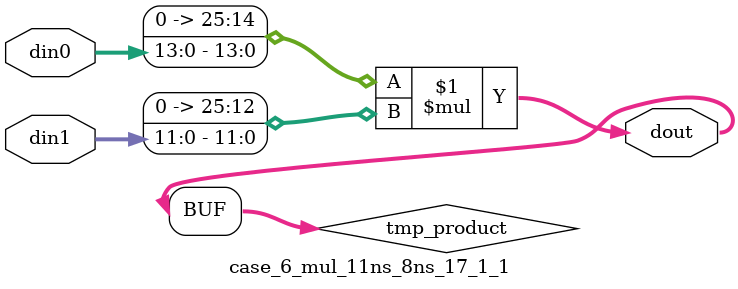
<source format=v>

`timescale 1 ns / 1 ps

 (* use_dsp = "no" *)  module case_6_mul_11ns_8ns_17_1_1(din0, din1, dout);
parameter ID = 1;
parameter NUM_STAGE = 0;
parameter din0_WIDTH = 14;
parameter din1_WIDTH = 12;
parameter dout_WIDTH = 26;

input [din0_WIDTH - 1 : 0] din0; 
input [din1_WIDTH - 1 : 0] din1; 
output [dout_WIDTH - 1 : 0] dout;

wire signed [dout_WIDTH - 1 : 0] tmp_product;
























assign tmp_product = $signed({1'b0, din0}) * $signed({1'b0, din1});











assign dout = tmp_product;





















endmodule

</source>
